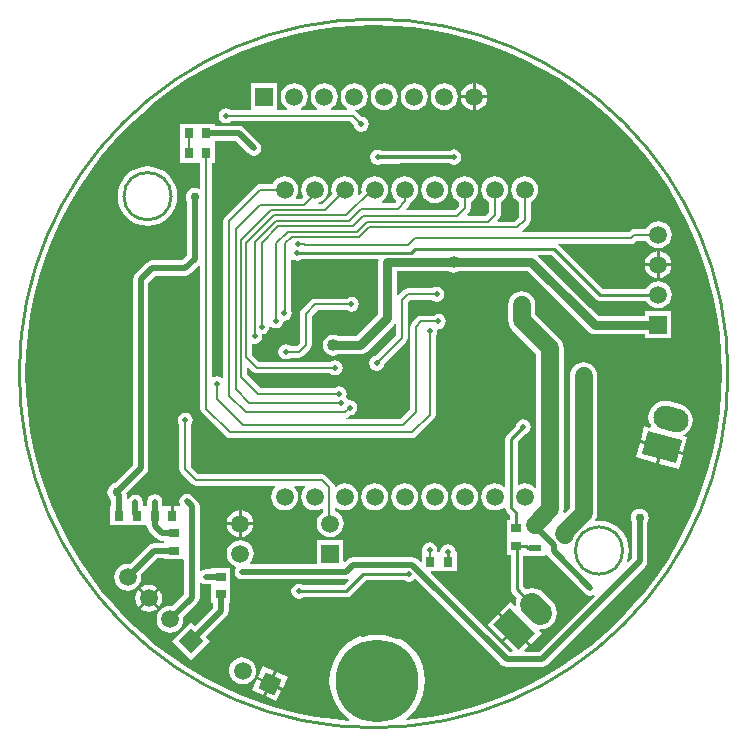
<source format=gbl>
%FSLAX25Y25*%
%MOIN*%
G70*
G01*
G75*
G04 Layer_Physical_Order=2*
G04 Layer_Color=16711680*
%ADD10R,0.02756X0.03347*%
%ADD11R,0.03347X0.02756*%
%ADD12O,0.04724X0.00984*%
%ADD13R,0.04724X0.01772*%
%ADD14O,0.04724X0.01772*%
%ADD15O,0.00984X0.04724*%
%ADD16O,0.01772X0.04724*%
%ADD17R,0.03937X0.02362*%
%ADD18R,0.04724X0.01969*%
%ADD19O,0.03543X0.01969*%
%ADD20O,0.03543X0.01969*%
%ADD21R,0.03543X0.01969*%
%ADD22R,0.02362X0.03937*%
%ADD23O,0.02500X0.05500*%
%ADD24R,0.02500X0.05500*%
%ADD25R,0.07874X0.07874*%
%ADD26C,0.01000*%
%ADD27C,0.00800*%
%ADD28C,0.02000*%
%ADD29C,0.06000*%
%ADD30C,0.01500*%
%ADD31C,0.03000*%
%ADD32C,0.01200*%
%ADD33C,0.05906*%
%ADD34P,0.08352X4X180.0*%
%ADD35R,0.05906X0.05906*%
G04:AMPARAMS|DCode=36|XSize=78.74mil|YSize=118.11mil|CornerRadius=0mil|HoleSize=0mil|Usage=FLASHONLY|Rotation=45.000|XOffset=0mil|YOffset=0mil|HoleType=Round|Shape=Rectangle|*
%AMROTATEDRECTD36*
4,1,4,0.01392,-0.06960,-0.06960,0.01392,-0.01392,0.06960,0.06960,-0.01392,0.01392,-0.06960,0.0*
%
%ADD36ROTATEDRECTD36*%

G04:AMPARAMS|DCode=37|XSize=78.74mil|YSize=118.11mil|CornerRadius=0mil|HoleSize=0mil|Usage=FLASHONLY|Rotation=45.000|XOffset=0mil|YOffset=0mil|HoleType=Round|Shape=Round|*
%AMOVALD37*
21,1,0.03937,0.07874,0.00000,0.00000,135.0*
1,1,0.07874,0.01392,-0.01392*
1,1,0.07874,-0.01392,0.01392*
%
%ADD37OVALD37*%

G04:AMPARAMS|DCode=38|XSize=78.74mil|YSize=118.11mil|CornerRadius=0mil|HoleSize=0mil|Usage=FLASHONLY|Rotation=75.000|XOffset=0mil|YOffset=0mil|HoleType=Round|Shape=Round|*
%AMOVALD38*
21,1,0.03937,0.07874,0.00000,0.00000,165.0*
1,1,0.07874,0.01901,-0.00510*
1,1,0.07874,-0.01901,0.00510*
%
%ADD38OVALD38*%

G04:AMPARAMS|DCode=39|XSize=78.74mil|YSize=118.11mil|CornerRadius=0mil|HoleSize=0mil|Usage=FLASHONLY|Rotation=75.000|XOffset=0mil|YOffset=0mil|HoleType=Round|Shape=Rectangle|*
%AMROTATEDRECTD39*
4,1,4,0.04685,-0.05331,-0.06723,-0.02274,-0.04685,0.05331,0.06723,0.02274,0.04685,-0.05331,0.0*
%
%ADD39ROTATEDRECTD39*%

%ADD40P,0.08352X4X200.0*%
%ADD41R,0.05906X0.05906*%
%ADD42C,0.02000*%
%ADD43C,0.03000*%
%ADD44C,0.04000*%
%ADD45C,0.05000*%
%ADD46C,0.27559*%
G36*
X6510Y115923D02*
X13000Y115376D01*
X19448Y114465D01*
X25836Y113195D01*
X32142Y111568D01*
X38347Y109590D01*
X44432Y107268D01*
X50376Y104608D01*
X56163Y101619D01*
X61772Y98310D01*
X67187Y94691D01*
X72391Y90775D01*
X77367Y86573D01*
X82099Y82099D01*
X86573Y77367D01*
X90775Y72391D01*
X94691Y67187D01*
X98310Y61772D01*
X101619Y56163D01*
X104608Y50376D01*
X107268Y44432D01*
X109590Y38347D01*
X111568Y32142D01*
X113195Y25836D01*
X114465Y19448D01*
X115376Y13000D01*
X115923Y6510D01*
X116106Y0D01*
X115923Y-6510D01*
X115376Y-13000D01*
X114465Y-19448D01*
X113195Y-25836D01*
X111568Y-32142D01*
X109590Y-38347D01*
X107268Y-44432D01*
X104608Y-50376D01*
X101619Y-56163D01*
X98310Y-61772D01*
X94691Y-67187D01*
X90775Y-72391D01*
X86573Y-77367D01*
X82099Y-82099D01*
X77367Y-86573D01*
X72391Y-90775D01*
X67187Y-94691D01*
X61772Y-98310D01*
X56163Y-101619D01*
X50376Y-104608D01*
X44432Y-107268D01*
X38347Y-109590D01*
X32142Y-111568D01*
X25836Y-113195D01*
X19448Y-114465D01*
X13000Y-115376D01*
X11030Y-115542D01*
X10837Y-115081D01*
X12479Y-113679D01*
X14104Y-111776D01*
X15412Y-109641D01*
X16370Y-107329D01*
X16954Y-104895D01*
X17151Y-102400D01*
X16954Y-99905D01*
X16370Y-97471D01*
X15412Y-95159D01*
X14104Y-93024D01*
X12479Y-91121D01*
X10576Y-89496D01*
X9416Y-88785D01*
X9417Y-88784D01*
X9163Y-88614D01*
X8382Y-88459D01*
X7766Y-88581D01*
X5936Y-87823D01*
X3598Y-87262D01*
X1200Y-87073D01*
X-1198Y-87262D01*
X-3536Y-87823D01*
X-3701Y-87892D01*
X-3757Y-87854D01*
X-4538Y-87699D01*
X-5318Y-87854D01*
X-5374Y-87892D01*
X-5374Y-87891D01*
X-5374Y-87892D01*
X-5384Y-87915D01*
X-6041Y-88188D01*
X-8175Y-89496D01*
X-10079Y-91121D01*
X-11704Y-93024D01*
X-13012Y-95159D01*
X-13970Y-97471D01*
X-14554Y-99905D01*
X-14751Y-102400D01*
X-14554Y-104895D01*
X-13970Y-107329D01*
X-13012Y-109641D01*
X-11704Y-111776D01*
X-10079Y-113679D01*
X-8175Y-115304D01*
X-8328Y-115770D01*
X-13000Y-115376D01*
X-19448Y-114465D01*
X-25836Y-113195D01*
X-32142Y-111568D01*
X-38347Y-109590D01*
X-44432Y-107268D01*
X-50376Y-104608D01*
X-56163Y-101619D01*
X-61772Y-98310D01*
X-67187Y-94691D01*
X-72391Y-90775D01*
X-77367Y-86573D01*
X-82099Y-82099D01*
X-86573Y-77367D01*
X-90775Y-72391D01*
X-94691Y-67187D01*
X-98310Y-61772D01*
X-101619Y-56163D01*
X-104608Y-50376D01*
X-107268Y-44432D01*
X-109590Y-38347D01*
X-111568Y-32142D01*
X-113195Y-25836D01*
X-114465Y-19448D01*
X-115376Y-13000D01*
X-115923Y-6510D01*
X-116106Y0D01*
X-115923Y6510D01*
X-115376Y13000D01*
X-114465Y19448D01*
X-113195Y25836D01*
X-111568Y32142D01*
X-109590Y38347D01*
X-107268Y44432D01*
X-104608Y50376D01*
X-101619Y56163D01*
X-98310Y61772D01*
X-94691Y67187D01*
X-90775Y72391D01*
X-86573Y77367D01*
X-82099Y82099D01*
X-77367Y86573D01*
X-72391Y90775D01*
X-67187Y94691D01*
X-61772Y98310D01*
X-56163Y101619D01*
X-50376Y104608D01*
X-44432Y107268D01*
X-38347Y109590D01*
X-32142Y111568D01*
X-25836Y113195D01*
X-19448Y114465D01*
X-13000Y115376D01*
X-6510Y115923D01*
X0Y116106D01*
X6510Y115923D01*
D02*
G37*
%LPC*%
G36*
X-45000Y-45675D02*
X-45662Y-45762D01*
X-46746Y-46211D01*
X-47676Y-46924D01*
X-48390Y-47854D01*
X-48838Y-48938D01*
X-48925Y-49600D01*
X-45000D01*
Y-45675D01*
D02*
G37*
G36*
X-44000D02*
Y-49600D01*
X-40075D01*
X-40162Y-48938D01*
X-40611Y-47854D01*
X-41324Y-46924D01*
X-42254Y-46211D01*
X-43338Y-45762D01*
X-44000Y-45675D01*
D02*
G37*
G36*
X-45000Y-50600D02*
X-48925D01*
X-48838Y-51262D01*
X-48390Y-52346D01*
X-47676Y-53276D01*
X-46746Y-53989D01*
X-45662Y-54438D01*
X-45000Y-54525D01*
Y-50600D01*
D02*
G37*
G36*
X-40075D02*
X-44000D01*
Y-54525D01*
X-43338Y-54438D01*
X-42254Y-53989D01*
X-41324Y-53276D01*
X-40611Y-52346D01*
X-40162Y-51262D01*
X-40075Y-50600D01*
D02*
G37*
G36*
X-62800Y-13151D02*
X-63775Y-13345D01*
X-64602Y-13898D01*
X-65155Y-14725D01*
X-65349Y-15700D01*
X-65155Y-16676D01*
X-64737Y-17301D01*
Y-31900D01*
X-64737Y-31900D01*
X-64737D01*
X-64590Y-32641D01*
X-64170Y-33270D01*
X-60570Y-36870D01*
X-59941Y-37290D01*
X-59200Y-37437D01*
X-32838D01*
X-32677Y-37911D01*
X-32776Y-37986D01*
X-33490Y-38917D01*
X-33938Y-40000D01*
X-34091Y-41162D01*
X-33938Y-42325D01*
X-33490Y-43408D01*
X-32776Y-44338D01*
X-31846Y-45052D01*
X-30762Y-45500D01*
X-29600Y-45653D01*
X-28438Y-45500D01*
X-27354Y-45052D01*
X-26424Y-44338D01*
X-25710Y-43408D01*
X-25262Y-42325D01*
X-25109Y-41162D01*
X-25262Y-40000D01*
X-25710Y-38917D01*
X-26424Y-37986D01*
X-26523Y-37911D01*
X-26362Y-37437D01*
X-22838D01*
X-22677Y-37911D01*
X-22776Y-37986D01*
X-23490Y-38917D01*
X-23938Y-40000D01*
X-24091Y-41162D01*
X-23938Y-42325D01*
X-23490Y-43408D01*
X-22776Y-44338D01*
X-21846Y-45052D01*
X-20762Y-45500D01*
X-19600Y-45653D01*
X-18438Y-45500D01*
X-17354Y-45052D01*
X-17238Y-44963D01*
X-16790Y-45184D01*
Y-46245D01*
X-17676Y-46924D01*
X-18390Y-47854D01*
X-18838Y-48938D01*
X-18991Y-50100D01*
X-18838Y-51262D01*
X-18390Y-52346D01*
X-17676Y-53276D01*
X-16746Y-53989D01*
X-15662Y-54438D01*
X-14500Y-54591D01*
X-13338Y-54438D01*
X-12254Y-53989D01*
X-11324Y-53276D01*
X-10610Y-52346D01*
X-10162Y-51262D01*
X-10009Y-50100D01*
X-10162Y-48938D01*
X-10610Y-47854D01*
X-11324Y-46924D01*
X-12254Y-46211D01*
X-12916Y-45937D01*
Y-44796D01*
X-12467Y-44575D01*
X-11846Y-45052D01*
X-10762Y-45500D01*
X-9600Y-45653D01*
X-8438Y-45500D01*
X-7354Y-45052D01*
X-6424Y-44338D01*
X-5711Y-43408D01*
X-5262Y-42325D01*
X-5109Y-41162D01*
X-5262Y-40000D01*
X-5711Y-38917D01*
X-6424Y-37986D01*
X-7354Y-37273D01*
X-8438Y-36824D01*
X-9600Y-36671D01*
X-10762Y-36824D01*
X-11846Y-37273D01*
X-12464Y-37747D01*
X-12513D01*
X-12948Y-37584D01*
X-13063Y-37006D01*
X-13483Y-36377D01*
X-15730Y-34130D01*
X-16359Y-33710D01*
X-17100Y-33563D01*
X-58398D01*
X-60863Y-31098D01*
Y-17301D01*
X-60445Y-16676D01*
X-60251Y-15700D01*
X-60445Y-14725D01*
X-60998Y-13898D01*
X-61825Y-13345D01*
X-62800Y-13151D01*
D02*
G37*
G36*
X20400Y-36671D02*
X19238Y-36824D01*
X18154Y-37273D01*
X17224Y-37986D01*
X16511Y-38917D01*
X16062Y-40000D01*
X15909Y-41162D01*
X16062Y-42325D01*
X16511Y-43408D01*
X17224Y-44338D01*
X18154Y-45052D01*
X19238Y-45500D01*
X20400Y-45653D01*
X21562Y-45500D01*
X22646Y-45052D01*
X23576Y-44338D01*
X24290Y-43408D01*
X24738Y-42325D01*
X24891Y-41162D01*
X24738Y-40000D01*
X24290Y-38917D01*
X23576Y-37986D01*
X22646Y-37273D01*
X21562Y-36824D01*
X20400Y-36671D01*
D02*
G37*
G36*
X30400D02*
X29238Y-36824D01*
X28154Y-37273D01*
X27224Y-37986D01*
X26511Y-38917D01*
X26062Y-40000D01*
X25909Y-41162D01*
X26062Y-42325D01*
X26511Y-43408D01*
X27224Y-44338D01*
X28154Y-45052D01*
X29238Y-45500D01*
X30400Y-45653D01*
X31562Y-45500D01*
X32646Y-45052D01*
X33576Y-44338D01*
X34290Y-43408D01*
X34738Y-42325D01*
X34891Y-41162D01*
X34738Y-40000D01*
X34290Y-38917D01*
X33576Y-37986D01*
X32646Y-37273D01*
X31562Y-36824D01*
X30400Y-36671D01*
D02*
G37*
G36*
X400D02*
X-762Y-36824D01*
X-1846Y-37273D01*
X-2776Y-37986D01*
X-3489Y-38917D01*
X-3938Y-40000D01*
X-4091Y-41162D01*
X-3938Y-42325D01*
X-3489Y-43408D01*
X-2776Y-44338D01*
X-1846Y-45052D01*
X-762Y-45500D01*
X400Y-45653D01*
X1562Y-45500D01*
X2646Y-45052D01*
X3576Y-44338D01*
X4290Y-43408D01*
X4738Y-42325D01*
X4891Y-41162D01*
X4738Y-40000D01*
X4290Y-38917D01*
X3576Y-37986D01*
X2646Y-37273D01*
X1562Y-36824D01*
X400Y-36671D01*
D02*
G37*
G36*
X10400D02*
X9238Y-36824D01*
X8154Y-37273D01*
X7224Y-37986D01*
X6510Y-38917D01*
X6062Y-40000D01*
X5909Y-41162D01*
X6062Y-42325D01*
X6510Y-43408D01*
X7224Y-44338D01*
X8154Y-45052D01*
X9238Y-45500D01*
X10400Y-45653D01*
X11562Y-45500D01*
X12646Y-45052D01*
X13576Y-44338D01*
X14289Y-43408D01*
X14738Y-42325D01*
X14891Y-41162D01*
X14738Y-40000D01*
X14289Y-38917D01*
X13576Y-37986D01*
X12646Y-37273D01*
X11562Y-36824D01*
X10400Y-36671D01*
D02*
G37*
G36*
X-74942Y-70467D02*
X-76104Y-70620D01*
X-77188Y-71068D01*
X-77718Y-71475D01*
X-74942Y-74251D01*
X-72167Y-71475D01*
X-72697Y-71068D01*
X-73780Y-70620D01*
X-74942Y-70467D01*
D02*
G37*
G36*
X-32265Y-99576D02*
X-33935Y-103158D01*
X-30353Y-104829D01*
X-28683Y-101246D01*
X-32265Y-99576D01*
D02*
G37*
G36*
X-44054Y-94700D02*
X-45199Y-94954D01*
X-46239Y-95495D01*
X-47104Y-96287D01*
X-47733Y-97276D01*
X-48086Y-98394D01*
X-48137Y-99565D01*
X-47883Y-100710D01*
X-47342Y-101750D01*
X-46550Y-102614D01*
X-45561Y-103244D01*
X-44443Y-103597D01*
X-43272Y-103648D01*
X-42127Y-103394D01*
X-41087Y-102853D01*
X-40223Y-102061D01*
X-39593Y-101072D01*
X-39240Y-99954D01*
X-39189Y-98782D01*
X-39443Y-97638D01*
X-39984Y-96598D01*
X-40776Y-95733D01*
X-41765Y-95103D01*
X-42883Y-94751D01*
X-44054Y-94700D01*
D02*
G37*
G36*
X-34358Y-104065D02*
X-36029Y-107647D01*
X-32446Y-109317D01*
X-30776Y-105735D01*
X-34358Y-104065D01*
D02*
G37*
G36*
X-38847Y-101971D02*
X-40517Y-105554D01*
X-36935Y-107224D01*
X-35265Y-103642D01*
X-38847Y-101971D01*
D02*
G37*
G36*
X-36754Y-97483D02*
X-38424Y-101065D01*
X-34842Y-102735D01*
X-33171Y-99153D01*
X-36754Y-97483D01*
D02*
G37*
G36*
X-78425Y-72182D02*
X-78832Y-72712D01*
X-79280Y-73795D01*
X-79433Y-74958D01*
X-79280Y-76120D01*
X-78832Y-77203D01*
X-78425Y-77733D01*
X-75649Y-74958D01*
X-78425Y-72182D01*
D02*
G37*
G36*
X-71459D02*
X-74235Y-74958D01*
X-71459Y-77733D01*
X-71053Y-77203D01*
X-70604Y-76120D01*
X-70451Y-74958D01*
X-70604Y-73795D01*
X-71053Y-72712D01*
X-71459Y-72182D01*
D02*
G37*
G36*
X41310Y-80317D02*
X37819Y-83808D01*
X42702Y-88691D01*
X46193Y-85200D01*
X41310Y-80317D01*
D02*
G37*
G36*
X-74942Y-75665D02*
X-77718Y-78441D01*
X-77188Y-78847D01*
X-76104Y-79296D01*
X-74942Y-79449D01*
X-73780Y-79296D01*
X-72697Y-78847D01*
X-72167Y-78441D01*
X-74942Y-75665D01*
D02*
G37*
G36*
X49400Y27339D02*
X48225Y27184D01*
X47131Y26731D01*
X46191Y26009D01*
X45469Y25069D01*
X45016Y23975D01*
X44861Y22800D01*
Y17800D01*
X44861Y17800D01*
X44861D01*
X45016Y16625D01*
X45281Y15984D01*
X45469Y15531D01*
X46191Y14591D01*
X46191Y14591D01*
X46191Y14591D01*
X54261Y6520D01*
Y-38102D01*
X53788Y-38263D01*
X53576Y-37986D01*
X52646Y-37273D01*
X51562Y-36824D01*
X50400Y-36671D01*
X49238Y-36824D01*
X48402Y-37170D01*
X47986Y-36892D01*
Y-22697D01*
X50318Y-20366D01*
X50876Y-20255D01*
X51702Y-19702D01*
X52255Y-18876D01*
X52449Y-17900D01*
X52255Y-16925D01*
X51702Y-16098D01*
X50876Y-15545D01*
X49900Y-15351D01*
X48924Y-15545D01*
X48098Y-16098D01*
X47545Y-16925D01*
X47434Y-17482D01*
X44505Y-20411D01*
X44063Y-21072D01*
X43908Y-21853D01*
Y-37676D01*
X43460Y-37897D01*
X42646Y-37273D01*
X41562Y-36824D01*
X40400Y-36671D01*
X39238Y-36824D01*
X38154Y-37273D01*
X37224Y-37986D01*
X36511Y-38917D01*
X36062Y-40000D01*
X35909Y-41162D01*
X36062Y-42325D01*
X36511Y-43408D01*
X37224Y-44338D01*
X38154Y-45052D01*
X39238Y-45500D01*
X40400Y-45653D01*
X41562Y-45500D01*
X42646Y-45052D01*
X43460Y-44427D01*
X43689Y-44540D01*
X43908Y-44759D01*
X43908Y-44759D01*
D01*
X44063Y-45540D01*
X44505Y-46201D01*
X45461Y-47157D01*
Y-48816D01*
X44327D01*
Y-54572D01*
X44327Y-54572D01*
X44327Y-54722D01*
X44327D01*
Y-60478D01*
X45661D01*
Y-71858D01*
X45661Y-71858D01*
X45661D01*
X45816Y-72638D01*
X46258Y-73300D01*
X47851Y-74893D01*
X47561Y-75596D01*
X47374Y-77015D01*
X47419Y-77360D01*
X46971Y-77582D01*
X45508Y-76119D01*
X42017Y-79610D01*
X47253Y-84846D01*
D01*
X47254Y-84846D01*
X47254Y-84847D01*
D01*
X52490Y-90083D01*
X55981Y-86592D01*
X55075Y-85686D01*
X55296Y-85238D01*
X55641Y-85283D01*
X57061Y-85096D01*
X58383Y-84548D01*
X59519Y-83677D01*
X60391Y-82541D01*
X60939Y-81219D01*
X61125Y-79799D01*
X60939Y-78380D01*
X60391Y-77057D01*
X59519Y-75921D01*
X56735Y-73138D01*
X55599Y-72266D01*
X54277Y-71718D01*
X52858Y-71531D01*
X51438Y-71718D01*
X50735Y-72009D01*
X49739Y-71013D01*
Y-60981D01*
X50231D01*
Y-60981D01*
X57169D01*
Y-60378D01*
X57652Y-60282D01*
X58204Y-61109D01*
X70398Y-73302D01*
X71224Y-73855D01*
X72200Y-74049D01*
X73176Y-73855D01*
X73360Y-73732D01*
X73677Y-74118D01*
X55022Y-92773D01*
X50453D01*
X50262Y-92311D01*
X51783Y-90790D01*
X46900Y-85907D01*
X43409Y-89398D01*
X46322Y-92311D01*
X46131Y-92773D01*
X45420D01*
X19083Y-66435D01*
X19274Y-65973D01*
X21772D01*
X21772Y-65973D01*
Y-65973D01*
X21772D01*
X21922D01*
X22126Y-65973D01*
X22126Y-65973D01*
Y-65973D01*
X27678D01*
Y-59627D01*
X27453D01*
X27349Y-59500D01*
X27155Y-58525D01*
X26602Y-57698D01*
X25776Y-57145D01*
X24800Y-56951D01*
X23824Y-57145D01*
X22998Y-57698D01*
X22445Y-58525D01*
X22251Y-59500D01*
X22220Y-59538D01*
X21772Y-59627D01*
X21772D01*
X21568Y-59627D01*
X21568Y-59627D01*
Y-59627D01*
X21498D01*
X21181Y-59240D01*
X21249Y-58900D01*
X21055Y-57924D01*
X20502Y-57098D01*
X19676Y-56545D01*
X18700Y-56351D01*
X17725Y-56545D01*
X16898Y-57098D01*
X16345Y-57924D01*
X16151Y-58900D01*
X16241Y-59353D01*
X16016Y-59627D01*
X16016D01*
Y-62716D01*
X15555Y-62907D01*
X14645Y-61998D01*
X13818Y-61445D01*
X12843Y-61251D01*
X-6900D01*
X-7875Y-61445D01*
X-8702Y-61998D01*
X-9585Y-62880D01*
X-10047Y-62689D01*
Y-55647D01*
X-18953D01*
Y-63551D01*
X-40970D01*
X-41191Y-63103D01*
X-40611Y-62346D01*
X-40162Y-61262D01*
X-40009Y-60100D01*
X-40162Y-58938D01*
X-40611Y-57854D01*
X-41324Y-56924D01*
X-42254Y-56211D01*
X-43338Y-55762D01*
X-44500Y-55609D01*
X-45662Y-55762D01*
X-46746Y-56211D01*
X-47676Y-56924D01*
X-48390Y-57854D01*
X-48838Y-58938D01*
X-48991Y-60100D01*
X-48838Y-61262D01*
X-48390Y-62346D01*
X-47676Y-63276D01*
X-46746Y-63990D01*
X-46053Y-64276D01*
X-45908Y-64755D01*
X-46155Y-65124D01*
X-46349Y-66100D01*
X-46155Y-67076D01*
X-45602Y-67902D01*
X-44776Y-68455D01*
X-43800Y-68649D01*
X-9200D01*
X-8588Y-68527D01*
X-8352Y-68968D01*
X-9945Y-70561D01*
X-23452D01*
X-23924Y-70245D01*
X-24900Y-70051D01*
X-25875Y-70245D01*
X-26702Y-70798D01*
X-27255Y-71624D01*
X-27449Y-72600D01*
X-27255Y-73576D01*
X-26702Y-74402D01*
X-25875Y-74955D01*
X-24900Y-75149D01*
X-23924Y-74955D01*
X-23452Y-74639D01*
X-9100D01*
X-8320Y-74484D01*
X-7658Y-74042D01*
X-7658Y-74042D01*
X-7658Y-74042D01*
X-2555Y-68939D01*
X10252D01*
X10725Y-69255D01*
X11700Y-69449D01*
X12675Y-69255D01*
X13502Y-68702D01*
X13539Y-68648D01*
X14037Y-68599D01*
X42562Y-97124D01*
X43389Y-97677D01*
X44365Y-97871D01*
X56078D01*
X57054Y-97677D01*
X57880Y-97124D01*
X90502Y-64502D01*
X91055Y-63675D01*
X91249Y-62700D01*
X91249Y-62700D01*
X91249Y-62700D01*
Y-62700D01*
Y-49706D01*
X91321Y-49613D01*
X91623Y-48883D01*
X91726Y-48100D01*
X91623Y-47317D01*
X91321Y-46587D01*
X90840Y-45960D01*
X90213Y-45480D01*
X89483Y-45177D01*
X88700Y-45074D01*
X87917Y-45177D01*
X87187Y-45480D01*
X86560Y-45960D01*
X86080Y-46587D01*
X85777Y-47317D01*
X85674Y-48100D01*
X85777Y-48883D01*
X86080Y-49613D01*
X86151Y-49706D01*
Y-61644D01*
X84737Y-63058D01*
X84308Y-62801D01*
X84857Y-60991D01*
X85048Y-59055D01*
X84857Y-57120D01*
X84293Y-55258D01*
X83376Y-53543D01*
X82142Y-52039D01*
X80638Y-50805D01*
X78923Y-49889D01*
X77062Y-49324D01*
X75126Y-49133D01*
X74249Y-49220D01*
X73951Y-48818D01*
X74384Y-47772D01*
X74539Y-46597D01*
Y-900D01*
X74384Y275D01*
X73931Y1369D01*
X73209Y2309D01*
X72269Y3031D01*
X71175Y3484D01*
X70000Y3639D01*
X68825Y3484D01*
X67731Y3031D01*
X66791Y2309D01*
X66069Y1369D01*
X65616Y275D01*
X65461Y-900D01*
Y-44717D01*
X63659Y-46519D01*
X63211Y-46297D01*
X63339Y-45326D01*
Y8400D01*
X63339Y8400D01*
X63184Y9575D01*
X62731Y10669D01*
X62009Y11609D01*
X53939Y19680D01*
Y22800D01*
X53784Y23975D01*
X53331Y25069D01*
X52609Y26009D01*
X51669Y26731D01*
X50575Y27184D01*
X49400Y27339D01*
D02*
G37*
G36*
X13500Y96691D02*
X12338Y96538D01*
X11254Y96090D01*
X10324Y95376D01*
X9611Y94446D01*
X9162Y93362D01*
X9009Y92200D01*
X9162Y91038D01*
X9611Y89954D01*
X10324Y89024D01*
X11254Y88310D01*
X12338Y87862D01*
X13500Y87709D01*
X14662Y87862D01*
X15746Y88310D01*
X16676Y89024D01*
X17390Y89954D01*
X17838Y91038D01*
X17991Y92200D01*
X17838Y93362D01*
X17390Y94446D01*
X16676Y95376D01*
X15746Y96090D01*
X14662Y96538D01*
X13500Y96691D01*
D02*
G37*
G36*
X23500D02*
X22338Y96538D01*
X21254Y96090D01*
X20324Y95376D01*
X19611Y94446D01*
X19162Y93362D01*
X19009Y92200D01*
X19162Y91038D01*
X19611Y89954D01*
X20324Y89024D01*
X21254Y88310D01*
X22338Y87862D01*
X23500Y87709D01*
X24662Y87862D01*
X25746Y88310D01*
X26676Y89024D01*
X27389Y89954D01*
X27838Y91038D01*
X27991Y92200D01*
X27838Y93362D01*
X27389Y94446D01*
X26676Y95376D01*
X25746Y96090D01*
X24662Y96538D01*
X23500Y96691D01*
D02*
G37*
G36*
X3500D02*
X2338Y96538D01*
X1254Y96090D01*
X324Y95376D01*
X-390Y94446D01*
X-838Y93362D01*
X-991Y92200D01*
X-838Y91038D01*
X-390Y89954D01*
X324Y89024D01*
X1254Y88310D01*
X2338Y87862D01*
X3500Y87709D01*
X4662Y87862D01*
X5746Y88310D01*
X6676Y89024D01*
X7389Y89954D01*
X7838Y91038D01*
X7991Y92200D01*
X7838Y93362D01*
X7389Y94446D01*
X6676Y95376D01*
X5746Y96090D01*
X4662Y96538D01*
X3500Y96691D01*
D02*
G37*
G36*
X26700Y74649D02*
X25725Y74455D01*
X25405Y74241D01*
X8500D01*
X7997Y74141D01*
X2695D01*
X2376Y74355D01*
X1400Y74549D01*
X424Y74355D01*
X-402Y73802D01*
X-955Y72975D01*
X-1149Y72000D01*
X-955Y71025D01*
X-402Y70198D01*
X424Y69645D01*
X1400Y69451D01*
X2376Y69645D01*
X2695Y69859D01*
X8400D01*
X8903Y69959D01*
X25405D01*
X25725Y69745D01*
X26700Y69551D01*
X27676Y69745D01*
X28502Y70298D01*
X29055Y71125D01*
X29249Y72100D01*
X29055Y73075D01*
X28502Y73902D01*
X27676Y74455D01*
X26700Y74649D01*
D02*
G37*
G36*
X-58474Y83273D02*
Y83273D01*
X-58678Y83273D01*
X-58753D01*
X-58828D01*
X-59031Y83273D01*
X-59031Y83273D01*
Y83273D01*
X-64583D01*
Y76927D01*
X-64578D01*
Y76573D01*
X-64578D01*
Y70227D01*
X-58822D01*
X-58822Y70227D01*
Y70227D01*
X-58822D01*
X-58672D01*
X-58469Y70227D01*
X-58469Y70227D01*
Y70227D01*
X-57732D01*
Y61667D01*
X-58148Y61389D01*
X-58857Y61683D01*
X-59640Y61786D01*
X-60423Y61683D01*
X-61153Y61381D01*
X-61779Y60900D01*
X-62260Y60273D01*
X-62563Y59543D01*
X-62666Y58760D01*
X-62563Y57977D01*
X-62260Y57247D01*
X-62189Y57154D01*
Y39316D01*
X-63856Y37649D01*
X-73800D01*
X-74775Y37455D01*
X-75602Y36902D01*
X-79402Y33102D01*
X-79955Y32276D01*
X-80149Y31300D01*
Y-30444D01*
X-86372Y-36667D01*
X-86489Y-36683D01*
X-87218Y-36985D01*
X-87845Y-37466D01*
X-88326Y-38093D01*
X-88628Y-38822D01*
X-88731Y-39606D01*
X-88628Y-40389D01*
X-88326Y-41118D01*
X-87845Y-41745D01*
X-87454Y-42045D01*
Y-44227D01*
X-87783D01*
Y-50573D01*
X-82028D01*
X-82028Y-50573D01*
Y-50573D01*
X-82028D01*
X-81878D01*
X-81674Y-50573D01*
X-81674Y-50573D01*
Y-50573D01*
X-76122D01*
X-76122Y-50573D01*
Y-50573D01*
X-76122D01*
X-75884D01*
X-75769Y-50573D01*
Y-50573D01*
X-75555Y-50795D01*
X-75361Y-51770D01*
X-74808Y-52597D01*
X-72408Y-54997D01*
X-71581Y-55549D01*
X-70605Y-55743D01*
X-69773D01*
D01*
Y-55869D01*
Y-55869D01*
D01*
Y-56072D01*
Y-56072D01*
Y-56222D01*
X-69773D01*
X-69773Y-56551D01*
X-73226D01*
X-74202Y-56745D01*
X-75029Y-57298D01*
X-81230Y-63499D01*
X-82013Y-63396D01*
X-83176Y-63549D01*
X-84259Y-63997D01*
X-85189Y-64711D01*
X-85903Y-65641D01*
X-86351Y-66724D01*
X-86504Y-67887D01*
X-86351Y-69049D01*
X-85903Y-70132D01*
X-85189Y-71062D01*
X-84259Y-71776D01*
X-83176Y-72225D01*
X-82013Y-72378D01*
X-80851Y-72225D01*
X-79768Y-71776D01*
X-78838Y-71062D01*
X-78124Y-70132D01*
X-77675Y-69049D01*
X-77522Y-67887D01*
X-77625Y-67103D01*
X-72171Y-61649D01*
X-69773D01*
Y-61978D01*
X-63474D01*
X-63120Y-62331D01*
Y-73673D01*
X-67088Y-77641D01*
X-67871Y-77538D01*
X-69033Y-77691D01*
X-70117Y-78140D01*
X-71047Y-78853D01*
X-71760Y-79783D01*
X-72209Y-80866D01*
X-72362Y-82029D01*
X-72209Y-83191D01*
X-71760Y-84275D01*
X-71047Y-85205D01*
X-70117Y-85918D01*
X-69033Y-86367D01*
X-67871Y-86520D01*
X-66709Y-86367D01*
X-65626Y-85918D01*
X-64695Y-85205D01*
X-63982Y-84275D01*
X-63533Y-83191D01*
X-63380Y-82029D01*
X-63483Y-81246D01*
X-58769Y-76531D01*
X-58216Y-75704D01*
X-58022Y-74729D01*
X-58022Y-74729D01*
X-58022Y-74729D01*
Y-74729D01*
Y-69986D01*
X-57581Y-69750D01*
X-56976Y-70155D01*
X-56000Y-70349D01*
X-55972Y-70344D01*
X-54073D01*
D01*
Y-70468D01*
Y-70468D01*
D01*
Y-70673D01*
Y-70672D01*
Y-70822D01*
D01*
D01*
D01*
X-54073D01*
D01*
Y-76578D01*
X-53449D01*
Y-78144D01*
X-59454Y-84149D01*
X-60800Y-82803D01*
X-67097Y-89100D01*
X-60800Y-95397D01*
X-54503Y-89100D01*
X-55849Y-87754D01*
X-49098Y-81002D01*
X-48545Y-80176D01*
X-48351Y-79200D01*
X-48351Y-79200D01*
X-48351Y-79200D01*
Y-79200D01*
Y-76578D01*
X-47727D01*
Y-71026D01*
X-47727Y-71026D01*
D01*
D01*
X-47727Y-70822D01*
Y-70806D01*
Y-70747D01*
X-47727Y-70672D01*
X-47727Y-70468D01*
X-47727Y-70468D01*
X-47727D01*
Y-64916D01*
X-54073D01*
Y-65245D01*
X-55994D01*
X-56970Y-65439D01*
X-57581Y-65848D01*
X-58022Y-65612D01*
Y-44329D01*
X-58216Y-43354D01*
X-58769Y-42527D01*
X-60398Y-40898D01*
X-61225Y-40345D01*
X-62200Y-40151D01*
X-63175Y-40345D01*
X-64002Y-40898D01*
X-64555Y-41725D01*
X-64749Y-42700D01*
X-64555Y-43676D01*
X-64481Y-43786D01*
X-64717Y-44227D01*
X-66600D01*
Y-47401D01*
X-67600D01*
Y-44227D01*
X-69978D01*
D01*
D01*
X-69978Y-44227D01*
X-70128D01*
D01*
X-70456Y-44227D01*
Y-42805D01*
X-70651Y-41830D01*
X-71203Y-41003D01*
X-72030Y-40451D01*
X-73005Y-40257D01*
X-73981Y-40451D01*
X-74808Y-41003D01*
X-75361Y-41830D01*
X-75555Y-42805D01*
Y-44227D01*
X-75769Y-44227D01*
X-75769D01*
D01*
X-75884D01*
X-75884D01*
X-76003D01*
X-76122D01*
X-76237Y-44227D01*
X-76237Y-44227D01*
Y-44227D01*
X-76851D01*
Y-43000D01*
X-77045Y-42024D01*
X-77598Y-41198D01*
X-78425Y-40645D01*
X-79400Y-40451D01*
X-80375Y-40645D01*
X-81202Y-41198D01*
X-81755Y-42024D01*
X-81859Y-42547D01*
X-82357Y-42498D01*
Y-40405D01*
X-82447Y-39952D01*
X-75798Y-33302D01*
X-75245Y-32476D01*
X-75051Y-31500D01*
X-75051Y-31500D01*
X-75051Y-31500D01*
Y-31500D01*
Y30244D01*
X-72744Y32551D01*
X-62800D01*
X-61825Y32745D01*
X-60998Y33298D01*
X-60998Y33298D01*
X-60998Y33298D01*
X-58194Y36101D01*
X-57732Y35910D01*
Y-11806D01*
X-57584Y-12547D01*
X-57164Y-13175D01*
X-49370Y-20970D01*
X-48741Y-21390D01*
X-48000Y-21537D01*
X12900D01*
X13641Y-21390D01*
X14270Y-20970D01*
X20070Y-15170D01*
X20490Y-14541D01*
X20637Y-13800D01*
Y12599D01*
X21055Y13225D01*
X21249Y14200D01*
X21208Y14405D01*
X21562Y14759D01*
X21600Y14751D01*
X22576Y14945D01*
X23402Y15498D01*
X23955Y16325D01*
X24149Y17300D01*
X23955Y18275D01*
X23402Y19102D01*
X22576Y19655D01*
X21600Y19849D01*
X20625Y19655D01*
X19999Y19237D01*
X15900D01*
X15159Y19090D01*
X14530Y18670D01*
X12730Y16870D01*
X12310Y16241D01*
X12163Y15500D01*
Y-12098D01*
X8898Y-15363D01*
X-9189D01*
X-9238Y-14865D01*
X-8859Y-14790D01*
X-8230Y-14370D01*
X-7762Y-13902D01*
X-7025Y-13755D01*
X-6198Y-13202D01*
X-5645Y-12375D01*
X-5451Y-11400D01*
X-5645Y-10425D01*
X-6198Y-9598D01*
X-7025Y-9045D01*
X-8000Y-8851D01*
X-8387Y-8928D01*
X-8388Y-8924D01*
X-8940Y-8098D01*
X-9115Y-7981D01*
X-9045Y-7875D01*
X-8851Y-6900D01*
X-9045Y-5925D01*
X-9598Y-5098D01*
X-10425Y-4545D01*
X-11400Y-4351D01*
X-12375Y-4545D01*
X-13001Y-4963D01*
X-37698D01*
X-42263Y-398D01*
Y1870D01*
X-41801Y2061D01*
X-40270Y530D01*
X-40270Y530D01*
X-40270Y530D01*
Y530D01*
X-40270Y530D01*
Y530D01*
X-39641Y110D01*
X-38900Y-37D01*
X-14501D01*
X-13875Y-455D01*
X-12900Y-649D01*
X-11925Y-455D01*
X-11098Y98D01*
X-10545Y924D01*
X-10351Y1900D01*
X-10545Y2875D01*
X-11098Y3702D01*
X-11925Y4255D01*
X-12900Y4449D01*
X-13875Y4255D01*
X-14501Y3837D01*
X-38098D01*
X-40463Y6202D01*
Y9729D01*
X-40076Y10046D01*
X-39600Y9951D01*
X-38625Y10145D01*
X-37798Y10698D01*
X-37245Y11525D01*
X-37051Y12500D01*
X-37166Y13078D01*
X-36325Y13245D01*
X-35498Y13798D01*
X-34945Y14625D01*
X-34751Y15598D01*
X-34290Y15789D01*
X-33476Y15245D01*
X-32500Y15051D01*
X-31525Y15245D01*
X-30698Y15798D01*
X-30145Y16624D01*
X-30008Y17312D01*
X-29800Y17451D01*
X-29800Y17451D01*
Y17451D01*
X-28824Y17645D01*
X-27998Y18198D01*
X-27445Y19025D01*
X-27251Y20000D01*
X-27445Y20976D01*
X-27563Y21152D01*
Y37908D01*
X-27122Y38144D01*
X-26375Y37645D01*
X-25400Y37451D01*
X-24424Y37645D01*
X-23952Y37961D01*
X-16700D01*
X-16197Y38061D01*
X1335D01*
X1664Y37685D01*
X1574Y37000D01*
Y19653D01*
X-5653Y12426D01*
X-11694D01*
X-11735Y12457D01*
X-12586Y12810D01*
X-13500Y12930D01*
X-14414Y12810D01*
X-15265Y12457D01*
X-15996Y11896D01*
X-16557Y11165D01*
X-16910Y10314D01*
X-17030Y9400D01*
X-16910Y8486D01*
X-16557Y7635D01*
X-15996Y6904D01*
X-15265Y6343D01*
X-14414Y5990D01*
X-13500Y5870D01*
X-12586Y5990D01*
X-11735Y6343D01*
X-11694Y6374D01*
X-4400D01*
X-3617Y6477D01*
X-3101Y6691D01*
X-2887Y6780D01*
X-2260Y7260D01*
X6740Y16260D01*
X7089Y16716D01*
X7563Y16555D01*
Y12702D01*
X762Y5902D01*
X25Y5755D01*
X-802Y5202D01*
X-1355Y4375D01*
X-1549Y3400D01*
X-1355Y2424D01*
X-802Y1598D01*
X25Y1045D01*
X1000Y851D01*
X1976Y1045D01*
X2802Y1598D01*
X3355Y2424D01*
X3502Y3162D01*
X10870Y10530D01*
X11290Y11159D01*
X11437Y11900D01*
Y23798D01*
X12202Y24563D01*
X19250D01*
X20024Y24045D01*
X21000Y23851D01*
X21975Y24045D01*
X22802Y24598D01*
X23355Y25425D01*
X23549Y26400D01*
X23355Y27376D01*
X22802Y28202D01*
X21975Y28755D01*
X21000Y28949D01*
X20024Y28755D01*
X19549Y28437D01*
X11400D01*
X10659Y28290D01*
X10030Y27870D01*
X8130Y25970D01*
X8104Y25931D01*
X7626Y26076D01*
Y34074D01*
X24894D01*
X24935Y34043D01*
X25786Y33690D01*
X26700Y33570D01*
X27614Y33690D01*
X28465Y34043D01*
X28506Y34074D01*
X51347D01*
X68179Y17242D01*
X68806Y16761D01*
X68898Y16722D01*
X71560Y14060D01*
X72187Y13579D01*
X72401Y13491D01*
X72917Y13277D01*
X73700Y13174D01*
X90347D01*
Y11747D01*
X99253D01*
Y20653D01*
X90347D01*
Y19226D01*
X74953D01*
X72849Y21330D01*
X72222Y21811D01*
X72130Y21849D01*
X54740Y39240D01*
X54849Y39561D01*
X59155D01*
X73958Y24758D01*
X74620Y24316D01*
X75400Y24161D01*
X90825D01*
X90911Y23954D01*
X91624Y23024D01*
X92554Y22310D01*
X93638Y21862D01*
X94800Y21709D01*
X95962Y21862D01*
X97046Y22310D01*
X97976Y23024D01*
X98690Y23954D01*
X99138Y25038D01*
X99291Y26200D01*
X99138Y27362D01*
X98690Y28446D01*
X97976Y29376D01*
X97046Y30090D01*
X95962Y30538D01*
X94800Y30691D01*
X93638Y30538D01*
X92554Y30090D01*
X91624Y29376D01*
X90911Y28446D01*
X90825Y28239D01*
X76245D01*
X61442Y43042D01*
X61463Y43113D01*
X85800D01*
X86541Y43260D01*
X87170Y43680D01*
X87170Y43680D01*
X87170Y43680D01*
X87752Y44263D01*
X90783D01*
X90911Y43954D01*
X91624Y43024D01*
X92554Y42311D01*
X93638Y41862D01*
X94800Y41709D01*
X95962Y41862D01*
X97046Y42311D01*
X97976Y43024D01*
X98690Y43954D01*
X99138Y45038D01*
X99291Y46200D01*
X99138Y47362D01*
X98690Y48446D01*
X97976Y49376D01*
X97046Y50090D01*
X95962Y50538D01*
X94800Y50691D01*
X93638Y50538D01*
X92554Y50090D01*
X91624Y49376D01*
X90911Y48446D01*
X90783Y48137D01*
X86950D01*
X86209Y47990D01*
X85580Y47570D01*
X84998Y46987D01*
X49580D01*
X49389Y47449D01*
X51770Y49830D01*
X51770Y49830D01*
X51770Y49830D01*
X52190Y50459D01*
X52337Y51200D01*
Y57183D01*
X52646Y57310D01*
X53576Y58024D01*
X54290Y58954D01*
X54738Y60038D01*
X54891Y61200D01*
X54738Y62362D01*
X54290Y63446D01*
X53576Y64376D01*
X52646Y65089D01*
X51562Y65538D01*
X50400Y65691D01*
X49238Y65538D01*
X48154Y65089D01*
X47224Y64376D01*
X46510Y63446D01*
X46062Y62362D01*
X45909Y61200D01*
X46062Y60038D01*
X46510Y58954D01*
X47224Y58024D01*
X48154Y57310D01*
X48463Y57183D01*
Y52002D01*
X47048Y50587D01*
X41480D01*
X41289Y51049D01*
X41770Y51530D01*
X42190Y52159D01*
X42337Y52900D01*
X42337Y52900D01*
X42337Y52900D01*
Y52900D01*
Y57183D01*
X42646Y57310D01*
X43576Y58024D01*
X44289Y58954D01*
X44738Y60038D01*
X44891Y61200D01*
X44738Y62362D01*
X44289Y63446D01*
X43576Y64376D01*
X42646Y65089D01*
X41562Y65538D01*
X40400Y65691D01*
X39238Y65538D01*
X38154Y65089D01*
X37224Y64376D01*
X36511Y63446D01*
X36062Y62362D01*
X35909Y61200D01*
X36062Y60038D01*
X36511Y58954D01*
X37224Y58024D01*
X38154Y57310D01*
X38463Y57183D01*
Y53702D01*
X37298Y52537D01*
X31330D01*
X31139Y52999D01*
X31770Y53630D01*
X32190Y54259D01*
X32337Y55000D01*
X32337Y55000D01*
X32337Y55000D01*
Y55000D01*
Y57183D01*
X32646Y57310D01*
X33576Y58024D01*
X34290Y58954D01*
X34738Y60038D01*
X34891Y61200D01*
X34738Y62362D01*
X34290Y63446D01*
X33576Y64376D01*
X32646Y65089D01*
X31562Y65538D01*
X30400Y65691D01*
X29238Y65538D01*
X28154Y65089D01*
X27224Y64376D01*
X26511Y63446D01*
X26062Y62362D01*
X25909Y61200D01*
X26062Y60038D01*
X26511Y58954D01*
X27224Y58024D01*
X28154Y57310D01*
X28463Y57183D01*
Y55802D01*
X26998Y54337D01*
X10830D01*
X10639Y54799D01*
X11770Y55930D01*
X12190Y56559D01*
X12312Y57172D01*
X12646Y57310D01*
X13576Y58024D01*
X14289Y58954D01*
X14738Y60038D01*
X14891Y61200D01*
X14738Y62362D01*
X14289Y63446D01*
X13576Y64376D01*
X12646Y65089D01*
X11562Y65538D01*
X10400Y65691D01*
X9238Y65538D01*
X8154Y65089D01*
X7224Y64376D01*
X6510Y63446D01*
X6062Y62362D01*
X5909Y61200D01*
X6062Y60038D01*
X6510Y58954D01*
X7224Y58024D01*
X7580Y57751D01*
X7613Y57252D01*
X7198Y56837D01*
X2842D01*
X2646Y57310D01*
X2646Y57310D01*
X2646Y57310D01*
X2646Y57310D01*
X3576Y58024D01*
X4290Y58954D01*
X4738Y60038D01*
X4891Y61200D01*
X4738Y62362D01*
X4290Y63446D01*
X3576Y64376D01*
X2646Y65089D01*
X1562Y65538D01*
X400Y65691D01*
X-762Y65538D01*
X-1846Y65089D01*
X-2776Y64376D01*
X-3489Y63446D01*
X-3938Y62362D01*
X-4091Y61200D01*
X-3997Y60488D01*
X-4932Y59554D01*
X-5347Y59832D01*
X-5262Y60038D01*
X-5109Y61200D01*
X-5262Y62362D01*
X-5711Y63446D01*
X-6424Y64376D01*
X-7354Y65089D01*
X-8438Y65538D01*
X-9600Y65691D01*
X-10762Y65538D01*
X-11846Y65089D01*
X-12776Y64376D01*
X-13489Y63446D01*
X-13938Y62362D01*
X-14091Y61200D01*
X-13938Y60038D01*
X-13810Y59729D01*
X-17163Y56377D01*
X-18328D01*
X-18425Y56867D01*
X-17354Y57310D01*
X-16424Y58024D01*
X-15710Y58954D01*
X-15262Y60038D01*
X-15109Y61200D01*
X-15262Y62362D01*
X-15710Y63446D01*
X-16424Y64376D01*
X-17354Y65089D01*
X-18438Y65538D01*
X-19600Y65691D01*
X-20762Y65538D01*
X-21846Y65089D01*
X-22776Y64376D01*
X-23490Y63446D01*
X-23938Y62362D01*
X-24091Y61200D01*
X-23938Y60038D01*
X-23490Y58954D01*
X-23418Y58861D01*
X-24102Y58177D01*
X-25742D01*
X-25963Y58625D01*
X-25710Y58954D01*
X-25262Y60038D01*
X-25109Y61200D01*
X-25262Y62362D01*
X-25710Y63446D01*
X-26424Y64376D01*
X-27354Y65089D01*
X-28438Y65538D01*
X-29600Y65691D01*
X-30762Y65538D01*
X-31846Y65089D01*
X-32776Y64376D01*
X-33490Y63446D01*
X-33617Y63137D01*
X-37800D01*
X-38541Y62990D01*
X-39170Y62570D01*
X-49570Y52170D01*
X-49990Y51541D01*
X-50137Y50800D01*
Y-1241D01*
X-50578Y-1477D01*
X-51224Y-1045D01*
X-52200Y-851D01*
X-53175Y-1045D01*
X-53416Y-1206D01*
X-53857Y-970D01*
Y70227D01*
X-52917D01*
Y76573D01*
X-52917Y76573D01*
X-52917D01*
X-52922Y76927D01*
D01*
X-52922Y76927D01*
D01*
D01*
X-52922Y77351D01*
X-52800Y77451D01*
X-45956D01*
X-41802Y73298D01*
X-41802D01*
X-41802Y73298D01*
X-41802Y73298D01*
Y73298D01*
X-40975Y72745D01*
X-40000Y72551D01*
X-39024Y72745D01*
X-38198Y73298D01*
X-37645Y74124D01*
X-37451Y75100D01*
X-37645Y76076D01*
X-38198Y76902D01*
X-43098Y81802D01*
X-43924Y82355D01*
X-44900Y82549D01*
X-52397D01*
X-52900Y82649D01*
X-52922D01*
Y83273D01*
X-58474D01*
X-58474Y83273D01*
D02*
G37*
G36*
X33000Y96625D02*
X32338Y96538D01*
X31254Y96090D01*
X30324Y95376D01*
X29610Y94446D01*
X29162Y93362D01*
X29075Y92700D01*
X33000D01*
Y96625D01*
D02*
G37*
G36*
X34000D02*
Y92700D01*
X37925D01*
X37838Y93362D01*
X37389Y94446D01*
X36676Y95376D01*
X35746Y96090D01*
X34662Y96538D01*
X34000Y96625D01*
D02*
G37*
G36*
X-6500Y96691D02*
X-7662Y96538D01*
X-8746Y96090D01*
X-9676Y95376D01*
X-10390Y94446D01*
X-10838Y93362D01*
X-10991Y92200D01*
X-10838Y91038D01*
X-10390Y89954D01*
X-9676Y89024D01*
X-8746Y88310D01*
X-8746Y88310D01*
D01*
X-8746Y88310D01*
X-8942Y87837D01*
X-14058D01*
X-14254Y88310D01*
X-14254Y88310D01*
X-14254Y88310D01*
X-14254Y88310D01*
X-13324Y89024D01*
X-12610Y89954D01*
X-12162Y91038D01*
X-12009Y92200D01*
X-12162Y93362D01*
X-12610Y94446D01*
X-13324Y95376D01*
X-14254Y96090D01*
X-15338Y96538D01*
X-16500Y96691D01*
X-17662Y96538D01*
X-18746Y96090D01*
X-19676Y95376D01*
X-20390Y94446D01*
X-20838Y93362D01*
X-20991Y92200D01*
X-20838Y91038D01*
X-20390Y89954D01*
X-19676Y89024D01*
X-18746Y88310D01*
X-18746Y88310D01*
D01*
X-18746Y88310D01*
X-18942Y87837D01*
X-24058D01*
X-24254Y88310D01*
X-24254Y88310D01*
X-24254Y88310D01*
X-24254Y88310D01*
X-23324Y89024D01*
X-22611Y89954D01*
X-22162Y91038D01*
X-22009Y92200D01*
X-22162Y93362D01*
X-22611Y94446D01*
X-23324Y95376D01*
X-24254Y96090D01*
X-25338Y96538D01*
X-26500Y96691D01*
X-27662Y96538D01*
X-28746Y96090D01*
X-29676Y95376D01*
X-30389Y94446D01*
X-30838Y93362D01*
X-30991Y92200D01*
X-30838Y91038D01*
X-30389Y89954D01*
X-29676Y89024D01*
X-28746Y88310D01*
X-28746Y88310D01*
D01*
X-28746Y88310D01*
X-28942Y87837D01*
X-32047D01*
Y96653D01*
X-40953D01*
Y87837D01*
X-47499D01*
X-48125Y88255D01*
X-49100Y88449D01*
X-50076Y88255D01*
X-50902Y87702D01*
X-51455Y86875D01*
X-51649Y85900D01*
X-51455Y84925D01*
X-50902Y84098D01*
X-50076Y83545D01*
X-49100Y83351D01*
X-48125Y83545D01*
X-47499Y83963D01*
X-7802D01*
X-6602Y82762D01*
X-6455Y82025D01*
X-5902Y81198D01*
X-5076Y80645D01*
X-4100Y80451D01*
X-3125Y80645D01*
X-2298Y81198D01*
X-1745Y82025D01*
X-1551Y83000D01*
X-1745Y83975D01*
X-2298Y84802D01*
X-3125Y85355D01*
X-3862Y85502D01*
X-5630Y87270D01*
X-6259Y87690D01*
X-5338Y87862D01*
X-5338D01*
X-4254Y88310D01*
X-3324Y89024D01*
X-2610Y89954D01*
X-2162Y91038D01*
X-2009Y92200D01*
X-2162Y93362D01*
X-2610Y94446D01*
X-3324Y95376D01*
X-4254Y96090D01*
X-5338Y96538D01*
X-6500Y96691D01*
D02*
G37*
G36*
X33000Y91700D02*
X29075D01*
X29162Y91038D01*
X29610Y89954D01*
X30324Y89024D01*
X31254Y88310D01*
X32338Y87862D01*
X33000Y87775D01*
Y91700D01*
D02*
G37*
G36*
X37925D02*
X34000D01*
Y87775D01*
X34662Y87862D01*
X35746Y88310D01*
X36676Y89024D01*
X37389Y89954D01*
X37838Y91038D01*
X37925Y91700D01*
D02*
G37*
G36*
X-7400Y25549D02*
X-8375Y25355D01*
X-9001Y24937D01*
X-19500D01*
X-20241Y24790D01*
X-20870Y24370D01*
X-23970Y21270D01*
X-24390Y20641D01*
X-24537Y19900D01*
Y10263D01*
X-25663Y9137D01*
X-27599D01*
X-28225Y9555D01*
X-29200Y9749D01*
X-30176Y9555D01*
X-31002Y9002D01*
X-31555Y8175D01*
X-31749Y7200D01*
X-31555Y6225D01*
X-31002Y5398D01*
X-30176Y4845D01*
X-29200Y4651D01*
X-28225Y4845D01*
X-27599Y5263D01*
X-24860D01*
X-24119Y5410D01*
X-23491Y5830D01*
X-21230Y8090D01*
X-20810Y8719D01*
X-20663Y9460D01*
X-20663Y9460D01*
X-20663Y9460D01*
Y9460D01*
Y19098D01*
X-18698Y21063D01*
X-9001D01*
X-8375Y20645D01*
X-7400Y20451D01*
X-6425Y20645D01*
X-5598Y21198D01*
X-5045Y22025D01*
X-4851Y23000D01*
X-5045Y23976D01*
X-5598Y24802D01*
X-6425Y25355D01*
X-7400Y25549D01*
D02*
G37*
G36*
X94300Y35700D02*
X90375D01*
X90462Y35038D01*
X90911Y33954D01*
X91624Y33024D01*
X92554Y32311D01*
X93638Y31862D01*
X94300Y31775D01*
Y35700D01*
D02*
G37*
G36*
X97067Y-9149D02*
X95648Y-9336D01*
X94325Y-9884D01*
X93189Y-10755D01*
X92318Y-11891D01*
X91770Y-13214D01*
X91583Y-14633D01*
X91770Y-16052D01*
X92318Y-17375D01*
X92530Y-17651D01*
X92252Y-18067D01*
X90254Y-17532D01*
X88976Y-22300D01*
X96128Y-24217D01*
D01*
X103283Y-26134D01*
X104560Y-21365D01*
X103323Y-21033D01*
X103290Y-20535D01*
X103612Y-20401D01*
X104748Y-19530D01*
X105619Y-18394D01*
X106167Y-17072D01*
X106354Y-15652D01*
X106167Y-14233D01*
X105619Y-12910D01*
X104748Y-11774D01*
X103612Y-10903D01*
X102289Y-10355D01*
X98486Y-9336D01*
X97067Y-9149D01*
D02*
G37*
G36*
X96354Y-25312D02*
X95076Y-30081D01*
X101746Y-31868D01*
X103024Y-27100D01*
X96354Y-25312D01*
D02*
G37*
G36*
X88717Y-23266D02*
X87440Y-28035D01*
X94110Y-29822D01*
X95388Y-25054D01*
X88717Y-23266D01*
D02*
G37*
G36*
X-75374Y68977D02*
X-77310Y68786D01*
X-79171Y68222D01*
X-80886Y67305D01*
X-82390Y66071D01*
X-83624Y64567D01*
X-84541Y62852D01*
X-85105Y60991D01*
X-85296Y59055D01*
X-85105Y57120D01*
X-84541Y55258D01*
X-83624Y53543D01*
X-82390Y52039D01*
X-80886Y50805D01*
X-79171Y49889D01*
X-77310Y49324D01*
X-75374Y49133D01*
X-73438Y49324D01*
X-71577Y49889D01*
X-69862Y50805D01*
X-68358Y52039D01*
X-67124Y53543D01*
X-66207Y55258D01*
X-65643Y57120D01*
X-65452Y59055D01*
X-65643Y60991D01*
X-66207Y62852D01*
X-67124Y64567D01*
X-68358Y66071D01*
X-69862Y67305D01*
X-71577Y68222D01*
X-73438Y68786D01*
X-75374Y68977D01*
D02*
G37*
G36*
X20400Y65691D02*
X19238Y65538D01*
X18154Y65089D01*
X17224Y64376D01*
X16511Y63446D01*
X16062Y62362D01*
X15909Y61200D01*
X16062Y60038D01*
X16511Y58954D01*
X17224Y58024D01*
X18154Y57310D01*
X19238Y56862D01*
X20400Y56709D01*
X21562Y56862D01*
X22646Y57310D01*
X23576Y58024D01*
X24290Y58954D01*
X24738Y60038D01*
X24891Y61200D01*
X24738Y62362D01*
X24290Y63446D01*
X23576Y64376D01*
X22646Y65089D01*
X21562Y65538D01*
X20400Y65691D01*
D02*
G37*
G36*
X95300Y40625D02*
Y36700D01*
X99225D01*
X99138Y37362D01*
X98690Y38446D01*
X97976Y39376D01*
X97046Y40089D01*
X95962Y40538D01*
X95300Y40625D01*
D02*
G37*
G36*
X99225Y35700D02*
X95300D01*
Y31775D01*
X95962Y31862D01*
X97046Y32311D01*
X97976Y33024D01*
X98690Y33954D01*
X99138Y35038D01*
X99225Y35700D01*
D02*
G37*
G36*
X94300Y40625D02*
X93638Y40538D01*
X92554Y40089D01*
X91624Y39376D01*
X90911Y38446D01*
X90462Y37362D01*
X90375Y36700D01*
X94300D01*
Y40625D01*
D02*
G37*
%LPD*%
D10*
X18894Y-62800D02*
D03*
X24800D02*
D03*
X-73005Y-47400D02*
D03*
X-67100D02*
D03*
X-61700Y73400D02*
D03*
X-55795D02*
D03*
X-61705Y80100D02*
D03*
X-55800D02*
D03*
X-84905Y-47400D02*
D03*
X-79000D02*
D03*
D11*
X-50900Y-67795D02*
D03*
Y-73700D02*
D03*
X47500Y-51695D02*
D03*
Y-57600D02*
D03*
X-66600Y-53194D02*
D03*
Y-59100D02*
D03*
D17*
X53700Y-50426D02*
D03*
X63542Y-54363D02*
D03*
X53700Y-58300D02*
D03*
D26*
X24800Y-62800D02*
Y-59500D01*
X47700Y-71858D02*
X54250Y-78407D01*
X75400Y26200D02*
X94800D01*
X-25400Y40000D02*
X-16700D01*
X-16600Y40100D01*
X12300D01*
X13800Y41600D01*
X60000D02*
X75400Y26200D01*
X13800Y41600D02*
X60000D01*
X45947Y-44759D02*
X47500Y-46312D01*
Y-51695D02*
Y-46312D01*
X51600Y-58300D02*
X53700D01*
X50700Y-57400D02*
X51600Y-58300D01*
X50500Y-57600D02*
X50700Y-57400D01*
X47700Y-57600D02*
X50500D01*
X47700Y-71858D02*
Y-57600D01*
X45947Y-44759D02*
Y-21853D01*
X49900Y-17900D01*
X-24900Y-72600D02*
X-9100D01*
X-3400Y-66900D01*
X11700D01*
X83000Y-59055D02*
G03*
X83000Y-59055I-7874J0D01*
G01*
X-67500Y59055D02*
G03*
X-67500Y59055I-7874J0D01*
G01*
X118110Y0D02*
G03*
X118110Y0I-118110J0D01*
G01*
D27*
X18700Y-58900D02*
X18894Y-59095D01*
Y-62800D02*
Y-59095D01*
X-55795Y-11806D02*
X-48000Y-19600D01*
X-55795Y-11806D02*
Y73400D01*
X-62800Y-31900D02*
Y-15700D01*
X-29200Y7200D02*
X-24860D01*
X-22600Y9460D01*
Y19900D01*
X-7000Y85900D02*
X-4100Y83000D01*
X-49100Y85900D02*
X-7000D01*
X-22600Y19900D02*
X-19500Y23000D01*
X-7400D01*
X15900Y17300D02*
X21600D01*
X14100Y15500D02*
X15900Y17300D01*
X14100Y-12900D02*
Y15500D01*
X9700Y-17300D02*
X14100Y-12900D01*
X-43600Y-17300D02*
X9700D01*
X-52200Y-8700D02*
X-43600Y-17300D01*
X-52200Y-8700D02*
Y-3400D01*
X18700Y-13800D02*
Y14200D01*
X12900Y-19600D02*
X18700Y-13800D01*
X-48000Y-19600D02*
X12900D01*
X-61705Y73405D02*
X-61700Y73400D01*
X-61705Y73405D02*
Y80100D01*
X-42400Y5400D02*
X-38900Y1900D01*
X-12900D01*
X-39700Y12600D02*
X-39600Y12500D01*
X1000Y3400D02*
X9500Y11900D01*
X-29800Y20000D02*
X-29500Y20300D01*
X-38500Y-6900D02*
X-11400D01*
X-44200Y-1200D02*
X-38500Y-6900D01*
X-46000Y-5300D02*
X-41400Y-9900D01*
X-10743D01*
X-42600Y-13000D02*
X-9600D01*
X-48200Y-7400D02*
X-42600Y-13000D01*
X-9600D02*
X-8000Y-11400D01*
X9500Y11900D02*
Y24600D01*
X11400Y26500D02*
X20900D01*
X21000Y26400D01*
X9500Y24600D02*
X11400Y26500D01*
X86950Y46200D02*
X94800D01*
X85800Y45050D02*
X86950Y46200D01*
X13850Y45050D02*
X85800D01*
X47850Y48650D02*
X50400Y51200D01*
Y61200D01*
X38100Y50600D02*
X40400Y52900D01*
Y61200D01*
X27800Y52400D02*
X30400Y55000D01*
Y61200D01*
X10400Y57300D02*
Y61200D01*
X8000Y54900D02*
X10400Y57300D01*
X11600Y42800D02*
X13850Y45050D01*
X-29500Y20300D02*
Y43300D01*
X-4911Y45439D02*
X-1700Y48650D01*
X47850D01*
X-6861Y49039D02*
X-3500Y52400D01*
X27800D01*
X-2296Y50600D02*
X38100D01*
X-8361Y50839D02*
X-4300Y54900D01*
X8000D01*
X-546Y61200D02*
X400D01*
X-9106Y52639D02*
X-546Y61200D01*
X-29500Y43300D02*
X-27361Y45439D01*
X-4911D01*
X-5656Y47239D02*
X-2296Y50600D01*
X-28561Y47239D02*
X-5656D01*
X-32500Y17600D02*
Y43300D01*
X-28561Y47239D01*
X-31861Y49039D02*
X-6861D01*
X-37300Y15600D02*
Y43600D01*
X-31861Y49039D01*
X-39700Y12600D02*
Y43746D01*
X-32606Y50839D02*
X-8361D01*
X-39700Y43746D02*
X-32606Y50839D01*
X-33352Y52639D02*
X-9106D01*
X-42400Y5400D02*
Y42300D01*
Y43591D01*
X-33352Y52639D01*
X-16361Y54439D02*
X-9600Y61200D01*
X-44200Y-1200D02*
Y44337D01*
X-34097Y54439D02*
X-16361D01*
X-44200Y44337D02*
X-34097Y54439D01*
X-19600Y59939D02*
Y61200D01*
X-23300Y56239D02*
X-19600Y59939D01*
X-48200Y50800D02*
X-37800Y61200D01*
X-48200Y-7400D02*
Y50800D01*
X-37800Y61200D02*
X-29600D01*
X-46000Y48100D02*
X-37861Y56239D01*
X-46000Y-5300D02*
Y48100D01*
X-37861Y56239D02*
X-32600D01*
X-23300D01*
X-62800Y-31900D02*
X-59200Y-35500D01*
X-17100D01*
X-14853Y-37747D01*
Y-49747D02*
Y-37747D01*
X-22800Y42800D02*
X11600D01*
X-23000Y43000D02*
X-22900D01*
X-23000D02*
X-22800Y42800D01*
X-25200Y43000D02*
X-23000D01*
X-14853Y-49747D02*
X-14500Y-50100D01*
D28*
X-73800Y35100D02*
X-62800D01*
X-59640Y38260D01*
X-77600Y31300D02*
X-73800Y35100D01*
X-59640Y38260D02*
Y58760D01*
X-77600Y-31500D02*
Y31300D01*
X60007Y-59307D02*
X72200Y-71500D01*
X-82013Y-67887D02*
X-73226Y-59100D01*
X-66600D01*
X-82013Y-67887D02*
Y-67087D01*
X-60800Y-89100D02*
X-50900Y-79200D01*
Y-73700D01*
X-67871Y-82029D02*
X-60571Y-74729D01*
Y-44329D01*
X-85706Y-39606D02*
X-77600Y-31500D01*
X-84905Y-47400D02*
Y-40405D01*
X-62200Y-42700D02*
X-60571Y-44329D01*
X-55994Y-67795D02*
X-50900D01*
X-73005Y-47400D02*
Y-42805D01*
X-70605Y-53194D02*
X-66600D01*
X-73005Y-50795D02*
X-70605Y-53194D01*
X-73005Y-50795D02*
Y-47400D01*
X-79400Y-47000D02*
X-79000Y-47400D01*
X-79400Y-47000D02*
Y-43000D01*
X-52900Y80100D02*
X-52800Y80000D01*
X-55800Y80100D02*
X-52900D01*
X-52800Y80000D02*
X-44900D01*
X-40000Y75100D01*
X88700Y-62700D02*
Y-48100D01*
X56078Y-95322D02*
X88700Y-62700D01*
X53700Y-50931D02*
Y-50426D01*
Y-50931D02*
X60007Y-57238D01*
Y-59307D02*
Y-57238D01*
X-43800Y-66100D02*
X-9200D01*
X-6900Y-63800D01*
X12843D01*
X44365Y-95322D02*
X56078D01*
X12843Y-63800D02*
X44365Y-95322D01*
D29*
X49400Y17800D02*
Y22800D01*
Y17800D02*
X58800Y8400D01*
X63342Y-53503D02*
X63639Y-53799D01*
X70000Y-46597D02*
Y-900D01*
X63639Y-52958D02*
X70000Y-46597D01*
X63639Y-53799D02*
Y-52958D01*
X53700Y-50426D02*
X58800Y-45326D01*
Y8400D01*
D31*
X-13500Y9400D02*
X-4400D01*
X4600Y18400D01*
X73700Y16200D02*
X94800D01*
X26700Y37100D02*
X52600D01*
X70319Y19381D01*
X70709Y19191D02*
X73700Y16200D01*
X4600Y18400D02*
Y37000D01*
X5200Y37100D02*
X26700D01*
D32*
X1400Y72000D02*
X8400D01*
X8500Y72100D01*
X23300D01*
X24700D01*
X23300D02*
X26700D01*
D33*
X-82013Y-67887D02*
D03*
X-74942Y-74958D02*
D03*
X-67871Y-82029D02*
D03*
X94800Y46200D02*
D03*
Y36200D02*
D03*
Y26200D02*
D03*
X50400Y61200D02*
D03*
X40400D02*
D03*
X30400D02*
D03*
X20400D02*
D03*
X10400D02*
D03*
X400D02*
D03*
X-9600D02*
D03*
X-19600D02*
D03*
X-29600D02*
D03*
Y-41162D02*
D03*
X-19600D02*
D03*
X-9600D02*
D03*
X400D02*
D03*
X10400D02*
D03*
X20400D02*
D03*
X30400D02*
D03*
X40400D02*
D03*
X50400D02*
D03*
X-43663Y-99174D02*
D03*
X-14500Y-50100D02*
D03*
X-44500Y-60100D02*
D03*
Y-50100D02*
D03*
X-26500Y92200D02*
D03*
X-16500D02*
D03*
X-6500D02*
D03*
X3500D02*
D03*
X13500D02*
D03*
X23500D02*
D03*
X33500D02*
D03*
X1200Y-102400D02*
D03*
D34*
X-60800Y-89100D02*
D03*
D35*
X94800Y16200D02*
D03*
D36*
X46900Y-85200D02*
D03*
D37*
X54250Y-78407D02*
D03*
D38*
X98968Y-15143D02*
D03*
D39*
X96000Y-24700D02*
D03*
D40*
X-34600Y-103400D02*
D03*
D41*
X-14500Y-60100D02*
D03*
X-36500Y92200D02*
D03*
D42*
X18700Y-58900D02*
D03*
X24800Y-59500D02*
D03*
X4700Y37600D02*
D03*
X26700Y72100D02*
D03*
X-4100Y83000D02*
D03*
X-49100Y85900D02*
D03*
X-43800Y-66100D02*
D03*
X-24900Y-72600D02*
D03*
X11700Y-66900D02*
D03*
X-62200Y-42700D02*
D03*
X-56000Y-67800D02*
D03*
X-73005Y-42805D02*
D03*
X-79400Y-43000D02*
D03*
X-25200Y43000D02*
D03*
X-25400Y40000D02*
D03*
X-52800Y80000D02*
D03*
X-62800Y-15700D02*
D03*
X21600Y17300D02*
D03*
X-52200Y-3400D02*
D03*
X-29200Y7200D02*
D03*
X-7400Y23000D02*
D03*
X18700Y14200D02*
D03*
X1000Y3400D02*
D03*
X21000Y26400D02*
D03*
X-32500Y17600D02*
D03*
X-37300Y15600D02*
D03*
X-39600Y12500D02*
D03*
X-12900Y1900D02*
D03*
X-10743Y-9900D02*
D03*
X-11400Y-6900D02*
D03*
X-8000Y-11400D02*
D03*
X-29800Y20000D02*
D03*
X49900Y-17900D02*
D03*
X1400Y72000D02*
D03*
X-40000Y75100D02*
D03*
X-36000Y69400D02*
D03*
X-28100Y-23400D02*
D03*
X-41700Y-32500D02*
D03*
X-28800Y-30000D02*
D03*
X-14000Y16000D02*
D03*
X-4600Y16700D02*
D03*
X-3300Y27500D02*
D03*
X-39600Y6600D02*
D03*
X-50800Y62700D02*
D03*
X-3600Y76600D02*
D03*
X-8600Y70900D02*
D03*
X61500Y58200D02*
D03*
X-23200Y82700D02*
D03*
X-33400Y77700D02*
D03*
X-28200Y78800D02*
D03*
X-34300Y73600D02*
D03*
X-28600Y67000D02*
D03*
X-22800Y74100D02*
D03*
X7400Y83600D02*
D03*
X18800Y81800D02*
D03*
X29600Y76500D02*
D03*
X37200Y76200D02*
D03*
X43800Y72600D02*
D03*
X50100Y88600D02*
D03*
X60100Y87900D02*
D03*
X67500Y80700D02*
D03*
X29000Y107100D02*
D03*
X42500Y100800D02*
D03*
X51500Y97800D02*
D03*
X79900Y79100D02*
D03*
X80500Y67400D02*
D03*
X74900Y73700D02*
D03*
X33600Y67700D02*
D03*
X4900Y67300D02*
D03*
X79100Y38500D02*
D03*
X82500Y31800D02*
D03*
X79700Y20900D02*
D03*
X69900Y11100D02*
D03*
X78700Y9100D02*
D03*
X91300Y4300D02*
D03*
X102300Y4500D02*
D03*
X83200Y-1000D02*
D03*
X74200Y3800D02*
D03*
X95300Y-41900D02*
D03*
X96200Y-53000D02*
D03*
X93700Y-60200D02*
D03*
X78400Y-36400D02*
D03*
X39100Y-4700D02*
D03*
X48100Y-4000D02*
D03*
X24100Y11200D02*
D03*
Y1800D02*
D03*
X24700Y-5400D02*
D03*
X29300Y27900D02*
D03*
X33300Y32000D02*
D03*
X47300Y30800D02*
D03*
X-4000Y-34000D02*
D03*
X4200Y-31900D02*
D03*
X14900Y-34500D02*
D03*
X37400Y-30300D02*
D03*
X-29600Y-93200D02*
D03*
X-16500Y-89000D02*
D03*
X-17400Y-78300D02*
D03*
X-20600Y-87000D02*
D03*
X-18700Y-106100D02*
D03*
X-23600Y-110700D02*
D03*
X-16900Y-95100D02*
D03*
X18700Y-93200D02*
D03*
X21300Y-103300D02*
D03*
X21200Y-110500D02*
D03*
X34000Y-107800D02*
D03*
X24900Y-88600D02*
D03*
X27100Y-97400D02*
D03*
X13000Y-72000D02*
D03*
X12300Y-84300D02*
D03*
X-97100Y-50300D02*
D03*
X-83400Y-55400D02*
D03*
X-71900Y-64400D02*
D03*
X-65200Y-72300D02*
D03*
X-58000Y-77700D02*
D03*
X-47300Y-85200D02*
D03*
X-101500Y4200D02*
D03*
Y-7300D02*
D03*
X-100900Y-20300D02*
D03*
X-100100Y-33300D02*
D03*
X-90400Y-7800D02*
D03*
X-91400Y7300D02*
D03*
X-71000Y-7600D02*
D03*
Y-15500D02*
D03*
X-87900Y25200D02*
D03*
X-72200Y27400D02*
D03*
X-60000Y25800D02*
D03*
X-52100Y54000D02*
D03*
X-51800Y34200D02*
D03*
X-73500Y44700D02*
D03*
X-82900Y44600D02*
D03*
X-93600Y37900D02*
D03*
X-98700Y27100D02*
D03*
X-98300Y13900D02*
D03*
X-84500Y15100D02*
D03*
X-79400Y37300D02*
D03*
X-72600Y74400D02*
D03*
X-67300Y84500D02*
D03*
X-59500Y93600D02*
D03*
X-49800Y97700D02*
D03*
X-58200Y88200D02*
D03*
X-18100Y69000D02*
D03*
X-20700Y36200D02*
D03*
X-26400Y31200D02*
D03*
X12800D02*
D03*
X-8300Y4200D02*
D03*
X1600Y8600D02*
D03*
X-3600Y5500D02*
D03*
D43*
X-59640Y58760D02*
D03*
X-85706Y-39606D02*
D03*
X88700Y-48100D02*
D03*
X57800Y-25200D02*
D03*
D44*
X-13500Y9400D02*
D03*
X26700Y37100D02*
D03*
D45*
X49400Y22800D02*
D03*
X70000Y-900D02*
D03*
D46*
X1200Y-102400D02*
D03*
M02*

</source>
